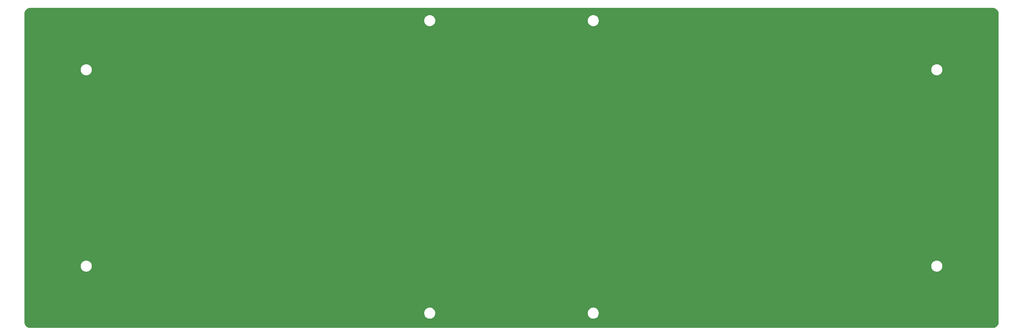
<source format=gbr>
G04 #@! TF.GenerationSoftware,KiCad,Pcbnew,6.0.1-79c1e3a40b~116~ubuntu21.10.1*
G04 #@! TF.CreationDate,2022-02-01T10:26:28+01:00*
G04 #@! TF.ProjectId,lumberjack-bottom,6c756d62-6572-46a6-9163-6b2d626f7474,1.5*
G04 #@! TF.SameCoordinates,Original*
G04 #@! TF.FileFunction,Copper,L1,Top*
G04 #@! TF.FilePolarity,Positive*
%FSLAX46Y46*%
G04 Gerber Fmt 4.6, Leading zero omitted, Abs format (unit mm)*
G04 Created by KiCad (PCBNEW 6.0.1-79c1e3a40b~116~ubuntu21.10.1) date 2022-02-01 10:26:28*
%MOMM*%
%LPD*%
G01*
G04 APERTURE LIST*
G04 APERTURE END LIST*
G04 #@! TA.AperFunction,NonConductor*
G36*
X292470056Y-55803250D02*
G01*
X292471496Y-55803474D01*
X292484858Y-55805555D01*
X292484861Y-55805555D01*
X292493730Y-55806936D01*
X292502632Y-55805772D01*
X292502634Y-55805772D01*
X292506174Y-55805309D01*
X292508957Y-55804945D01*
X292534279Y-55804202D01*
X292702422Y-55816228D01*
X292738921Y-55818838D01*
X292756715Y-55821396D01*
X292981977Y-55870398D01*
X292999216Y-55875460D01*
X293215219Y-55956025D01*
X293231562Y-55963490D01*
X293433890Y-56073970D01*
X293449010Y-56083687D01*
X293633556Y-56221837D01*
X293647142Y-56233610D01*
X293810140Y-56396608D01*
X293821913Y-56410194D01*
X293960063Y-56594740D01*
X293969782Y-56609863D01*
X294080258Y-56812183D01*
X294087727Y-56828536D01*
X294168288Y-57044528D01*
X294173353Y-57061778D01*
X294222354Y-57287035D01*
X294224912Y-57304829D01*
X294239041Y-57502378D01*
X294238297Y-57520282D01*
X294238195Y-57528608D01*
X294236814Y-57537480D01*
X294237978Y-57546382D01*
X294237978Y-57546385D01*
X294240936Y-57569001D01*
X294242000Y-57585339D01*
X294242000Y-147194422D01*
X294240500Y-147213806D01*
X294236814Y-147237480D01*
X294237978Y-147246382D01*
X294237978Y-147246384D01*
X294238805Y-147252705D01*
X294239548Y-147278031D01*
X294224912Y-147482671D01*
X294222354Y-147500465D01*
X294173353Y-147725722D01*
X294168288Y-147742972D01*
X294087727Y-147958964D01*
X294080258Y-147975317D01*
X293969782Y-148177637D01*
X293960063Y-148192760D01*
X293821913Y-148377306D01*
X293810140Y-148390892D01*
X293647142Y-148553890D01*
X293633556Y-148565663D01*
X293449010Y-148703813D01*
X293433890Y-148713530D01*
X293231562Y-148824010D01*
X293215219Y-148831475D01*
X292999216Y-148912040D01*
X292981977Y-148917102D01*
X292775221Y-148962078D01*
X292756715Y-148966104D01*
X292738921Y-148968662D01*
X292541369Y-148982791D01*
X292523468Y-148982047D01*
X292515142Y-148981945D01*
X292506270Y-148980564D01*
X292497368Y-148981728D01*
X292497365Y-148981728D01*
X292474749Y-148984686D01*
X292458411Y-148985750D01*
X12349328Y-148985750D01*
X12329943Y-148984250D01*
X12329661Y-148984206D01*
X12328504Y-148984026D01*
X12315142Y-148981945D01*
X12315139Y-148981945D01*
X12306270Y-148980564D01*
X12297368Y-148981728D01*
X12297366Y-148981728D01*
X12294928Y-148982047D01*
X12291043Y-148982555D01*
X12265721Y-148983298D01*
X12061079Y-148968662D01*
X12043285Y-148966104D01*
X12024779Y-148962078D01*
X11818023Y-148917102D01*
X11800784Y-148912040D01*
X11584781Y-148831475D01*
X11568438Y-148824010D01*
X11366110Y-148713530D01*
X11350990Y-148703813D01*
X11166444Y-148565663D01*
X11152858Y-148553890D01*
X10989860Y-148390892D01*
X10978087Y-148377306D01*
X10839937Y-148192760D01*
X10830218Y-148177637D01*
X10719742Y-147975317D01*
X10712273Y-147958964D01*
X10631712Y-147742972D01*
X10626647Y-147725722D01*
X10577646Y-147500465D01*
X10575088Y-147482671D01*
X10560959Y-147285122D01*
X10561703Y-147267218D01*
X10561805Y-147258892D01*
X10563186Y-147250020D01*
X10561547Y-147237480D01*
X10559064Y-147218499D01*
X10558000Y-147202161D01*
X10558000Y-144661059D01*
X126974134Y-144661059D01*
X126993999Y-144913462D01*
X127053103Y-145159650D01*
X127149992Y-145393561D01*
X127282280Y-145609435D01*
X127446710Y-145801957D01*
X127639232Y-145966387D01*
X127855106Y-146098675D01*
X127859676Y-146100568D01*
X127859680Y-146100570D01*
X128084444Y-146193670D01*
X128089017Y-146195564D01*
X128173640Y-146215880D01*
X128330392Y-146253513D01*
X128330398Y-146253514D01*
X128335205Y-146254668D01*
X128435024Y-146262524D01*
X128521953Y-146269366D01*
X128521960Y-146269366D01*
X128524409Y-146269559D01*
X128650807Y-146269559D01*
X128653256Y-146269366D01*
X128653263Y-146269366D01*
X128740192Y-146262524D01*
X128840011Y-146254668D01*
X128844818Y-146253514D01*
X128844824Y-146253513D01*
X129001576Y-146215880D01*
X129086199Y-146195564D01*
X129090772Y-146193670D01*
X129315536Y-146100570D01*
X129315540Y-146100568D01*
X129320110Y-146098675D01*
X129535984Y-145966387D01*
X129728506Y-145801957D01*
X129892936Y-145609435D01*
X130025224Y-145393561D01*
X130122113Y-145159650D01*
X130181217Y-144913462D01*
X130201082Y-144661059D01*
X174599174Y-144661059D01*
X174619039Y-144913462D01*
X174678143Y-145159650D01*
X174775032Y-145393561D01*
X174907320Y-145609435D01*
X175071750Y-145801957D01*
X175264272Y-145966387D01*
X175480146Y-146098675D01*
X175484716Y-146100568D01*
X175484720Y-146100570D01*
X175709484Y-146193670D01*
X175714057Y-146195564D01*
X175798680Y-146215880D01*
X175955432Y-146253513D01*
X175955438Y-146253514D01*
X175960245Y-146254668D01*
X176060064Y-146262524D01*
X176146993Y-146269366D01*
X176147000Y-146269366D01*
X176149449Y-146269559D01*
X176275847Y-146269559D01*
X176278296Y-146269366D01*
X176278303Y-146269366D01*
X176365232Y-146262524D01*
X176465051Y-146254668D01*
X176469858Y-146253514D01*
X176469864Y-146253513D01*
X176626616Y-146215880D01*
X176711239Y-146195564D01*
X176715812Y-146193670D01*
X176940576Y-146100570D01*
X176940580Y-146100568D01*
X176945150Y-146098675D01*
X177161024Y-145966387D01*
X177353546Y-145801957D01*
X177517976Y-145609435D01*
X177650264Y-145393561D01*
X177747153Y-145159650D01*
X177806257Y-144913462D01*
X177826122Y-144661059D01*
X177806257Y-144408656D01*
X177747153Y-144162468D01*
X177650264Y-143928557D01*
X177517976Y-143712683D01*
X177353546Y-143520161D01*
X177161024Y-143355731D01*
X176945150Y-143223443D01*
X176940580Y-143221550D01*
X176940576Y-143221548D01*
X176715812Y-143128448D01*
X176715810Y-143128447D01*
X176711239Y-143126554D01*
X176626616Y-143106238D01*
X176469864Y-143068605D01*
X176469858Y-143068604D01*
X176465051Y-143067450D01*
X176365232Y-143059594D01*
X176278303Y-143052752D01*
X176278296Y-143052752D01*
X176275847Y-143052559D01*
X176149449Y-143052559D01*
X176147000Y-143052752D01*
X176146993Y-143052752D01*
X176060064Y-143059594D01*
X175960245Y-143067450D01*
X175955438Y-143068604D01*
X175955432Y-143068605D01*
X175798680Y-143106238D01*
X175714057Y-143126554D01*
X175709486Y-143128447D01*
X175709484Y-143128448D01*
X175484720Y-143221548D01*
X175484716Y-143221550D01*
X175480146Y-143223443D01*
X175264272Y-143355731D01*
X175071750Y-143520161D01*
X174907320Y-143712683D01*
X174775032Y-143928557D01*
X174678143Y-144162468D01*
X174619039Y-144408656D01*
X174599174Y-144661059D01*
X130201082Y-144661059D01*
X130181217Y-144408656D01*
X130122113Y-144162468D01*
X130025224Y-143928557D01*
X129892936Y-143712683D01*
X129728506Y-143520161D01*
X129535984Y-143355731D01*
X129320110Y-143223443D01*
X129315540Y-143221550D01*
X129315536Y-143221548D01*
X129090772Y-143128448D01*
X129090770Y-143128447D01*
X129086199Y-143126554D01*
X129001576Y-143106238D01*
X128844824Y-143068605D01*
X128844818Y-143068604D01*
X128840011Y-143067450D01*
X128740192Y-143059594D01*
X128653263Y-143052752D01*
X128653256Y-143052752D01*
X128650807Y-143052559D01*
X128524409Y-143052559D01*
X128521960Y-143052752D01*
X128521953Y-143052752D01*
X128435024Y-143059594D01*
X128335205Y-143067450D01*
X128330398Y-143068604D01*
X128330392Y-143068605D01*
X128173640Y-143106238D01*
X128089017Y-143126554D01*
X128084446Y-143128447D01*
X128084444Y-143128448D01*
X127859680Y-143221548D01*
X127859676Y-143221550D01*
X127855106Y-143223443D01*
X127639232Y-143355731D01*
X127446710Y-143520161D01*
X127282280Y-143712683D01*
X127149992Y-143928557D01*
X127053103Y-144162468D01*
X126993999Y-144408656D01*
X126974134Y-144661059D01*
X10558000Y-144661059D01*
X10558000Y-130968852D01*
X26961542Y-130968852D01*
X26981407Y-131221255D01*
X27040511Y-131467443D01*
X27137400Y-131701354D01*
X27269688Y-131917228D01*
X27434118Y-132109750D01*
X27626640Y-132274180D01*
X27842514Y-132406468D01*
X27847084Y-132408361D01*
X27847088Y-132408363D01*
X28071852Y-132501463D01*
X28076425Y-132503357D01*
X28161048Y-132523673D01*
X28317800Y-132561306D01*
X28317806Y-132561307D01*
X28322613Y-132562461D01*
X28422432Y-132570317D01*
X28509361Y-132577159D01*
X28509368Y-132577159D01*
X28511817Y-132577352D01*
X28638215Y-132577352D01*
X28640664Y-132577159D01*
X28640671Y-132577159D01*
X28727600Y-132570317D01*
X28827419Y-132562461D01*
X28832226Y-132561307D01*
X28832232Y-132561306D01*
X28988984Y-132523673D01*
X29073607Y-132503357D01*
X29078180Y-132501463D01*
X29302944Y-132408363D01*
X29302948Y-132408361D01*
X29307518Y-132406468D01*
X29523392Y-132274180D01*
X29715914Y-132109750D01*
X29880344Y-131917228D01*
X30012632Y-131701354D01*
X30109521Y-131467443D01*
X30168625Y-131221255D01*
X30188490Y-130968852D01*
X274611750Y-130968852D01*
X274631615Y-131221255D01*
X274690719Y-131467443D01*
X274787608Y-131701354D01*
X274919896Y-131917228D01*
X275084326Y-132109750D01*
X275276848Y-132274180D01*
X275492722Y-132406468D01*
X275497292Y-132408361D01*
X275497296Y-132408363D01*
X275722060Y-132501463D01*
X275726633Y-132503357D01*
X275811256Y-132523673D01*
X275968008Y-132561306D01*
X275968014Y-132561307D01*
X275972821Y-132562461D01*
X276072640Y-132570317D01*
X276159569Y-132577159D01*
X276159576Y-132577159D01*
X276162025Y-132577352D01*
X276288423Y-132577352D01*
X276290872Y-132577159D01*
X276290879Y-132577159D01*
X276377808Y-132570317D01*
X276477627Y-132562461D01*
X276482434Y-132561307D01*
X276482440Y-132561306D01*
X276639192Y-132523673D01*
X276723815Y-132503357D01*
X276728388Y-132501463D01*
X276953152Y-132408363D01*
X276953156Y-132408361D01*
X276957726Y-132406468D01*
X277173600Y-132274180D01*
X277366122Y-132109750D01*
X277530552Y-131917228D01*
X277662840Y-131701354D01*
X277759729Y-131467443D01*
X277818833Y-131221255D01*
X277838698Y-130968852D01*
X277818833Y-130716449D01*
X277759729Y-130470261D01*
X277662840Y-130236350D01*
X277530552Y-130020476D01*
X277366122Y-129827954D01*
X277173600Y-129663524D01*
X276957726Y-129531236D01*
X276953156Y-129529343D01*
X276953152Y-129529341D01*
X276728388Y-129436241D01*
X276728386Y-129436240D01*
X276723815Y-129434347D01*
X276639192Y-129414031D01*
X276482440Y-129376398D01*
X276482434Y-129376397D01*
X276477627Y-129375243D01*
X276377808Y-129367387D01*
X276290879Y-129360545D01*
X276290872Y-129360545D01*
X276288423Y-129360352D01*
X276162025Y-129360352D01*
X276159576Y-129360545D01*
X276159569Y-129360545D01*
X276072640Y-129367387D01*
X275972821Y-129375243D01*
X275968014Y-129376397D01*
X275968008Y-129376398D01*
X275811256Y-129414031D01*
X275726633Y-129434347D01*
X275722062Y-129436240D01*
X275722060Y-129436241D01*
X275497296Y-129529341D01*
X275497292Y-129529343D01*
X275492722Y-129531236D01*
X275276848Y-129663524D01*
X275084326Y-129827954D01*
X274919896Y-130020476D01*
X274787608Y-130236350D01*
X274690719Y-130470261D01*
X274631615Y-130716449D01*
X274611750Y-130968852D01*
X30188490Y-130968852D01*
X30168625Y-130716449D01*
X30109521Y-130470261D01*
X30012632Y-130236350D01*
X29880344Y-130020476D01*
X29715914Y-129827954D01*
X29523392Y-129663524D01*
X29307518Y-129531236D01*
X29302948Y-129529343D01*
X29302944Y-129529341D01*
X29078180Y-129436241D01*
X29078178Y-129436240D01*
X29073607Y-129434347D01*
X28988984Y-129414031D01*
X28832232Y-129376398D01*
X28832226Y-129376397D01*
X28827419Y-129375243D01*
X28727600Y-129367387D01*
X28640671Y-129360545D01*
X28640664Y-129360545D01*
X28638215Y-129360352D01*
X28511817Y-129360352D01*
X28509368Y-129360545D01*
X28509361Y-129360545D01*
X28422432Y-129367387D01*
X28322613Y-129375243D01*
X28317806Y-129376397D01*
X28317800Y-129376398D01*
X28161048Y-129414031D01*
X28076425Y-129434347D01*
X28071854Y-129436240D01*
X28071852Y-129436241D01*
X27847088Y-129529341D01*
X27847084Y-129529343D01*
X27842514Y-129531236D01*
X27626640Y-129663524D01*
X27434118Y-129827954D01*
X27269688Y-130020476D01*
X27137400Y-130236350D01*
X27040511Y-130470261D01*
X26981407Y-130716449D01*
X26961542Y-130968852D01*
X10558000Y-130968852D01*
X10558000Y-73818750D01*
X26961494Y-73818750D01*
X26981359Y-74071153D01*
X27040463Y-74317341D01*
X27042356Y-74321912D01*
X27042357Y-74321914D01*
X27042380Y-74321968D01*
X27137352Y-74551252D01*
X27269640Y-74767126D01*
X27434070Y-74959648D01*
X27626592Y-75124078D01*
X27842466Y-75256366D01*
X27847036Y-75258259D01*
X27847040Y-75258261D01*
X28071804Y-75351361D01*
X28076377Y-75353255D01*
X28161000Y-75373571D01*
X28317752Y-75411204D01*
X28317758Y-75411205D01*
X28322565Y-75412359D01*
X28422384Y-75420215D01*
X28509313Y-75427057D01*
X28509320Y-75427057D01*
X28511769Y-75427250D01*
X28638167Y-75427250D01*
X28640616Y-75427057D01*
X28640623Y-75427057D01*
X28727552Y-75420215D01*
X28827371Y-75412359D01*
X28832178Y-75411205D01*
X28832184Y-75411204D01*
X28988936Y-75373571D01*
X29073559Y-75353255D01*
X29078132Y-75351361D01*
X29302896Y-75258261D01*
X29302900Y-75258259D01*
X29307470Y-75256366D01*
X29523344Y-75124078D01*
X29715866Y-74959648D01*
X29880296Y-74767126D01*
X30012584Y-74551252D01*
X30107557Y-74321968D01*
X30107579Y-74321914D01*
X30107580Y-74321912D01*
X30109473Y-74317341D01*
X30168577Y-74071153D01*
X30188438Y-73818804D01*
X274611750Y-73818804D01*
X274631615Y-74071207D01*
X274690719Y-74317395D01*
X274787608Y-74551306D01*
X274919896Y-74767180D01*
X275084326Y-74959702D01*
X275276848Y-75124132D01*
X275492722Y-75256420D01*
X275497292Y-75258313D01*
X275497296Y-75258315D01*
X275721930Y-75351361D01*
X275726633Y-75353309D01*
X275811256Y-75373625D01*
X275968008Y-75411258D01*
X275968014Y-75411259D01*
X275972821Y-75412413D01*
X276072640Y-75420269D01*
X276159569Y-75427111D01*
X276159576Y-75427111D01*
X276162025Y-75427304D01*
X276288423Y-75427304D01*
X276290872Y-75427111D01*
X276290879Y-75427111D01*
X276377808Y-75420269D01*
X276477627Y-75412413D01*
X276482434Y-75411259D01*
X276482440Y-75411258D01*
X276639192Y-75373625D01*
X276723815Y-75353309D01*
X276728518Y-75351361D01*
X276953152Y-75258315D01*
X276953156Y-75258313D01*
X276957726Y-75256420D01*
X277173600Y-75124132D01*
X277366122Y-74959702D01*
X277530552Y-74767180D01*
X277662840Y-74551306D01*
X277759729Y-74317395D01*
X277818833Y-74071207D01*
X277838698Y-73818804D01*
X277818833Y-73566401D01*
X277759729Y-73320213D01*
X277757835Y-73315640D01*
X277664735Y-73090876D01*
X277664733Y-73090872D01*
X277662840Y-73086302D01*
X277530552Y-72870428D01*
X277366122Y-72677906D01*
X277173600Y-72513476D01*
X276957726Y-72381188D01*
X276953156Y-72379295D01*
X276953152Y-72379293D01*
X276728388Y-72286193D01*
X276728386Y-72286192D01*
X276723815Y-72284299D01*
X276639192Y-72263983D01*
X276482440Y-72226350D01*
X276482434Y-72226349D01*
X276477627Y-72225195D01*
X276377808Y-72217339D01*
X276290879Y-72210497D01*
X276290872Y-72210497D01*
X276288423Y-72210304D01*
X276162025Y-72210304D01*
X276159576Y-72210497D01*
X276159569Y-72210497D01*
X276072640Y-72217339D01*
X275972821Y-72225195D01*
X275968014Y-72226349D01*
X275968008Y-72226350D01*
X275811256Y-72263983D01*
X275726633Y-72284299D01*
X275722062Y-72286192D01*
X275722060Y-72286193D01*
X275497296Y-72379293D01*
X275497292Y-72379295D01*
X275492722Y-72381188D01*
X275276848Y-72513476D01*
X275084326Y-72677906D01*
X274919896Y-72870428D01*
X274787608Y-73086302D01*
X274785715Y-73090872D01*
X274785713Y-73090876D01*
X274692613Y-73315640D01*
X274690719Y-73320213D01*
X274631615Y-73566401D01*
X274611750Y-73818804D01*
X30188438Y-73818804D01*
X30188442Y-73818750D01*
X30168577Y-73566347D01*
X30109473Y-73320159D01*
X30012584Y-73086248D01*
X29880296Y-72870374D01*
X29715866Y-72677852D01*
X29523344Y-72513422D01*
X29307470Y-72381134D01*
X29302900Y-72379241D01*
X29302896Y-72379239D01*
X29078132Y-72286139D01*
X29078130Y-72286138D01*
X29073559Y-72284245D01*
X28988936Y-72263929D01*
X28832184Y-72226296D01*
X28832178Y-72226295D01*
X28827371Y-72225141D01*
X28727552Y-72217285D01*
X28640623Y-72210443D01*
X28640616Y-72210443D01*
X28638167Y-72210250D01*
X28511769Y-72210250D01*
X28509320Y-72210443D01*
X28509313Y-72210443D01*
X28422384Y-72217285D01*
X28322565Y-72225141D01*
X28317758Y-72226295D01*
X28317752Y-72226296D01*
X28161000Y-72263929D01*
X28076377Y-72284245D01*
X28071806Y-72286138D01*
X28071804Y-72286139D01*
X27847040Y-72379239D01*
X27847036Y-72379241D01*
X27842466Y-72381134D01*
X27626592Y-72513422D01*
X27434070Y-72677852D01*
X27269640Y-72870374D01*
X27137352Y-73086248D01*
X27040463Y-73320159D01*
X26981359Y-73566347D01*
X26961494Y-73818750D01*
X10558000Y-73818750D01*
X10558000Y-59531300D01*
X126974134Y-59531300D01*
X126993999Y-59783703D01*
X127053103Y-60029891D01*
X127149992Y-60263802D01*
X127282280Y-60479676D01*
X127446710Y-60672198D01*
X127639232Y-60836628D01*
X127855106Y-60968916D01*
X127859676Y-60970809D01*
X127859680Y-60970811D01*
X128084444Y-61063911D01*
X128089017Y-61065805D01*
X128173640Y-61086121D01*
X128330392Y-61123754D01*
X128330398Y-61123755D01*
X128335205Y-61124909D01*
X128435024Y-61132765D01*
X128521953Y-61139607D01*
X128521960Y-61139607D01*
X128524409Y-61139800D01*
X128650807Y-61139800D01*
X128653256Y-61139607D01*
X128653263Y-61139607D01*
X128740192Y-61132765D01*
X128840011Y-61124909D01*
X128844818Y-61123755D01*
X128844824Y-61123754D01*
X129001576Y-61086121D01*
X129086199Y-61065805D01*
X129090772Y-61063911D01*
X129315536Y-60970811D01*
X129315540Y-60970809D01*
X129320110Y-60968916D01*
X129535984Y-60836628D01*
X129728506Y-60672198D01*
X129892936Y-60479676D01*
X130025224Y-60263802D01*
X130122113Y-60029891D01*
X130181217Y-59783703D01*
X130201082Y-59531300D01*
X174599174Y-59531300D01*
X174619039Y-59783703D01*
X174678143Y-60029891D01*
X174775032Y-60263802D01*
X174907320Y-60479676D01*
X175071750Y-60672198D01*
X175264272Y-60836628D01*
X175480146Y-60968916D01*
X175484716Y-60970809D01*
X175484720Y-60970811D01*
X175709484Y-61063911D01*
X175714057Y-61065805D01*
X175798680Y-61086121D01*
X175955432Y-61123754D01*
X175955438Y-61123755D01*
X175960245Y-61124909D01*
X176060064Y-61132765D01*
X176146993Y-61139607D01*
X176147000Y-61139607D01*
X176149449Y-61139800D01*
X176275847Y-61139800D01*
X176278296Y-61139607D01*
X176278303Y-61139607D01*
X176365232Y-61132765D01*
X176465051Y-61124909D01*
X176469858Y-61123755D01*
X176469864Y-61123754D01*
X176626616Y-61086121D01*
X176711239Y-61065805D01*
X176715812Y-61063911D01*
X176940576Y-60970811D01*
X176940580Y-60970809D01*
X176945150Y-60968916D01*
X177161024Y-60836628D01*
X177353546Y-60672198D01*
X177517976Y-60479676D01*
X177650264Y-60263802D01*
X177747153Y-60029891D01*
X177806257Y-59783703D01*
X177826122Y-59531300D01*
X177806257Y-59278897D01*
X177747153Y-59032709D01*
X177650264Y-58798798D01*
X177517976Y-58582924D01*
X177353546Y-58390402D01*
X177161024Y-58225972D01*
X176945150Y-58093684D01*
X176940580Y-58091791D01*
X176940576Y-58091789D01*
X176715812Y-57998689D01*
X176715810Y-57998688D01*
X176711239Y-57996795D01*
X176626616Y-57976479D01*
X176469864Y-57938846D01*
X176469858Y-57938845D01*
X176465051Y-57937691D01*
X176365232Y-57929835D01*
X176278303Y-57922993D01*
X176278296Y-57922993D01*
X176275847Y-57922800D01*
X176149449Y-57922800D01*
X176147000Y-57922993D01*
X176146993Y-57922993D01*
X176060064Y-57929835D01*
X175960245Y-57937691D01*
X175955438Y-57938845D01*
X175955432Y-57938846D01*
X175798680Y-57976479D01*
X175714057Y-57996795D01*
X175709486Y-57998688D01*
X175709484Y-57998689D01*
X175484720Y-58091789D01*
X175484716Y-58091791D01*
X175480146Y-58093684D01*
X175264272Y-58225972D01*
X175071750Y-58390402D01*
X174907320Y-58582924D01*
X174775032Y-58798798D01*
X174678143Y-59032709D01*
X174619039Y-59278897D01*
X174599174Y-59531300D01*
X130201082Y-59531300D01*
X130181217Y-59278897D01*
X130122113Y-59032709D01*
X130025224Y-58798798D01*
X129892936Y-58582924D01*
X129728506Y-58390402D01*
X129535984Y-58225972D01*
X129320110Y-58093684D01*
X129315540Y-58091791D01*
X129315536Y-58091789D01*
X129090772Y-57998689D01*
X129090770Y-57998688D01*
X129086199Y-57996795D01*
X129001576Y-57976479D01*
X128844824Y-57938846D01*
X128844818Y-57938845D01*
X128840011Y-57937691D01*
X128740192Y-57929835D01*
X128653263Y-57922993D01*
X128653256Y-57922993D01*
X128650807Y-57922800D01*
X128524409Y-57922800D01*
X128521960Y-57922993D01*
X128521953Y-57922993D01*
X128435024Y-57929835D01*
X128335205Y-57937691D01*
X128330398Y-57938845D01*
X128330392Y-57938846D01*
X128173640Y-57976479D01*
X128089017Y-57996795D01*
X128084446Y-57998688D01*
X128084444Y-57998689D01*
X127859680Y-58091789D01*
X127859676Y-58091791D01*
X127855106Y-58093684D01*
X127639232Y-58225972D01*
X127446710Y-58390402D01*
X127282280Y-58582924D01*
X127149992Y-58798798D01*
X127053103Y-59032709D01*
X126993999Y-59278897D01*
X126974134Y-59531300D01*
X10558000Y-59531300D01*
X10558000Y-57593078D01*
X10559500Y-57573693D01*
X10561805Y-57558892D01*
X10561805Y-57558889D01*
X10563186Y-57550020D01*
X10561195Y-57534793D01*
X10560452Y-57509469D01*
X10575088Y-57304829D01*
X10577646Y-57287035D01*
X10626647Y-57061778D01*
X10631712Y-57044528D01*
X10712273Y-56828536D01*
X10719742Y-56812183D01*
X10830218Y-56609863D01*
X10839937Y-56594740D01*
X10978087Y-56410194D01*
X10989860Y-56396608D01*
X11152858Y-56233610D01*
X11166444Y-56221837D01*
X11350990Y-56083687D01*
X11366110Y-56073970D01*
X11568438Y-55963490D01*
X11584781Y-55956025D01*
X11800784Y-55875460D01*
X11818023Y-55870398D01*
X12043285Y-55821396D01*
X12061079Y-55818838D01*
X12081460Y-55817380D01*
X12258631Y-55804709D01*
X12276532Y-55805453D01*
X12284858Y-55805555D01*
X12293730Y-55806936D01*
X12302632Y-55805772D01*
X12302635Y-55805772D01*
X12325251Y-55802814D01*
X12341589Y-55801750D01*
X292450672Y-55801750D01*
X292470056Y-55803250D01*
G37*
G04 #@! TD.AperFunction*
M02*

</source>
